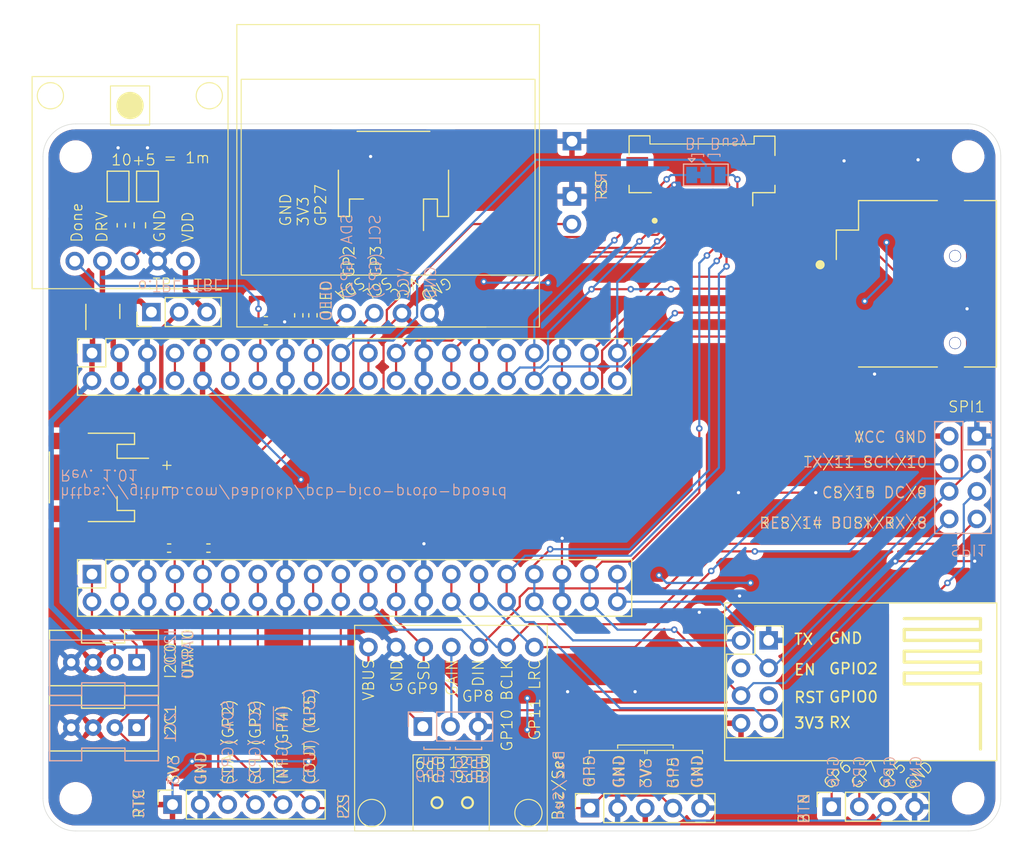
<source format=kicad_pcb>
(kicad_pcb (version 20221018) (generator pcbnew)
  (layers (0 "F.Cu" signal) (31 "B.Cu" signal) (34 "B.Paste" user) (35 "F.Paste" user) (36 "B.SilkS" user "B.Silkscreen") (37 "F.SilkS" user "F.Silkscreen") (38 "B.Mask" user) (39 "F.Mask" user) (44 "Edge.Cuts" user))
  (net 0 "")
  (net 1 "/GP0")
  (net 2 "/GP1")
  (net 3 "GND")
  (net 4 "/GP2")
  (net 5 "/GP3")
  (net 6 "/GP4")
  (net 7 "/GP5")
  (net 8 "/GP6")
  (net 9 "/GP7")
  (net 10 "/GP8")
  (net 11 "/GP9")
  (net 12 "/GP10")
  (net 13 "/GP11")
  (net 14 "/GP12")
  (net 15 "/GP13")
  (net 16 "/GP14")
  (net 17 "/GP15")
  (net 18 "/VBUS")
  (net 19 "/VSYS")
  (net 20 "/3V3_EN")
  (net 21 "+3V3")
  (net 22 "/ADC_VREF")
  (net 23 "/GP28_ADC2")
  (net 24 "/GP27_ADC1")
  (net 25 "/GP26_ADC0")
  (net 26 "/RUN")
  (net 27 "/GP22")
  (net 28 "/GP21")
  (net 29 "/GP20")
  (net 30 "/GP19")
  (net 31 "/GP18")
  (net 32 "/GP17")
  (net 33 "+BATT")
  (net 35 "/GP16")
  (net 40 "+VSW")
  (net 41 "/I2S_GAIN")
  (net 44 "/BUSY")
  (net 46 "/BLITE")
  (net 47 "VDD")
  (net 48 "/DELAY")
  (net 49 "Net-(J16-Pin_1)")
  (net 50 "Net-(JP3-B)")
  (net 51 "Net-(JP5-B)")
  (footprint "Jumper:SolderJumper-2_P1.3mm_Bridged_Pad1.0x1.5mm" (layer "F.Cu") (at 106.9 105.75 -90)
    (fp_text reference "JP3" hide)
    (fp_text value "JMP_10Min")
  )
  (footprint "user:TPL5110_Breakout" (layer "F.Cu") (at 113.08 112.61 180)
    (fp_text reference "J11" hide)
    (fp_text value "TPL5110")
  )
  (footprint "user:grove_vertical" (layer "F.Cu") (at 105.6 149.5 180)
    (fp_text reference "J6" hide)
    (fp_text value "Grove")
  )
  (footprint "user:G-Shell-FPC_1x18_P0.50mm_Horizontal" (layer "F.Cu") (at 160.55 105.587)
    (fp_text reference "J14" hide)
    (fp_text value "Conn_EYESPI")
  )
  (footprint "user:grove_vertical" (layer "F.Cu") (at 105.6 155.5 180)
    (fp_text reference "J5" hide)
    (fp_text value "Grove")
  )
  (footprint "MountingHole:MountingHole_2.5mm" (layer "F.Cu") (at 103 162)
    (fp_text reference "H3" hide)
    (fp_text value "MountingHole")
  )
  (footprint "Resistor_SMD:R_0603_1608Metric" (layer "F.Cu") (at 108.9 109.325 90)
    (fp_text reference "R7" hide)
    (fp_text value "43K")
  )
  (footprint "Resistor_SMD:R_0402_1005Metric" (layer "F.Cu") (at 123.5 117.6 90)
    (fp_text reference "R4" hide)
    (fp_text value "15K")
  )
  (footprint "MountingHole:MountingHole_2.5mm" (layer "F.Cu") (at 185 162)
    (fp_text reference "H4" hide)
    (fp_text value "MountingHole")
  )
  (footprint "Connector_PinHeader_2.54mm:PinHeader_1x03_P2.54mm_Vertical" (layer "F.Cu") (at 109.96 117.3 90)
    (fp_text reference "JP1" hide)
    (fp_text value "JMP_BAT")
  )
  (footprint "Connector_PinSocket_2.54mm:PinSocket_2x20_P2.54mm_Vertical" (layer "F.Cu") (at 104.5 121.07 90)
    (fp_text reference "J2" hide)
    (fp_text value "Pico_Right")
  )
  (footprint "Connector_PinSocket_2.54mm:PinSocket_1x04_P2.54mm_Vertical" (layer "F.Cu") (at 172.46 162.775 90)
    (fp_text reference "J15" hide)
    (fp_text value "BTN")
  )
  (footprint "Package_TO_SOT_SMD:SOT-23" (layer "F.Cu") (at 105.5 117.2375 90)
    (fp_text reference "Q1" hide)
    (fp_text value "AO3401A")
  )
  (footprint "user:OLED_Display" (layer "F.Cu") (at 135.52 117.4 180)
    (fp_text reference "J8" hide)
    (fp_text value "OLED")
  )
  (footprint "user:MAX98357A_Breakout" (layer "F.Cu") (at 129.9 148.1 90)
    (fp_text reference "J12" hide)
    (fp_text value "Conn_I2S")
  )
  (footprint "Resistor_SMD:R_0402_1005Metric" (layer "F.Cu") (at 120.475 118.1 180)
    (fp_text reference "R5" hide)
    (fp_text value "10K")
  )
  (footprint "user:TF-Push" (layer "F.Cu") (at 178.1 115.2 90)
    (fp_text reference "J4" hide)
    (fp_text value "Micro_SD_TF_PUSH")
  )
  (footprint "Connector_JST:JST_PH_S3B-PH-SM4-TB_1x03-1MP_P2.00mm_Horizontal" (layer "F.Cu") (at 132.2 105.2 180)
    (fp_text reference "J16" hide)
    (fp_text value "ADC")
  )
  (footprint "user:JST_PH_S2B-PH-SM4-TB_1x02-1MP_P2.00mm_Horizontal" (layer "F.Cu") (at 105.1 132.5 -90)
    (fp_text reference "J3" hide)
    (fp_text value "JST-PH2 Bat")
  )
  (footprint "MountingHole:MountingHole_2.5mm" (layer "F.Cu") (at 103 103)
    (fp_text reference "H1" hide)
    (fp_text value "MountingHole")
  )
  (footprint "user:ESP_01S_Breakout" (layer "F.Cu") (at 164.1325 147.48)
    (fp_text reference "J9" hide)
    (fp_text value "ESP_01S_Breakout")
  )
  (footprint "Connector_PinSocket_2.54mm:PinSocket_1x05_P2.54mm_Vertical" (layer "F.Cu") (at 150.255 162.9 90)
    (fp_text reference "J10" hide)
    (fp_text value "Conn_3pin")
  )
  (footprint "Connector_PinSocket_2.54mm:PinSocket_1x06_P2.54mm_Vertical" (layer "F.Cu") (at 111.9 162.575 90)
    (fp_text reference "J7" hide)
    (fp_text value "RTC_PCF8563")
  )
  (footprint "Jumper:SolderJumper-2_P1.3mm_Bridged_Pad1.0x1.5mm" (layer "F.Cu") (at 109.6 105.75 -90)
    (fp_text reference "JP5" hide)
    (fp_text value "JMP_5Min")
  )
  (footprint "Resistor_SMD:R_0402_1005Metric" (layer "F.Cu") (at 111.59 139 180)
    (fp_text reference "R2" hide)
    (fp_text value "10K")
  )
  (footprint "Resistor_SMD:R_0402_1005Metric" (layer "F.Cu") (at 115.2 139 180)
    (fp_text reference "R1" hide)
    (fp_text value "10K")
  )
  (footprint "MountingHole:MountingHole_2.5mm" (layer "F.Cu") (at 185 103)
    (fp_text reference "H2" hide)
    (fp_text value "MountingHole")
  )
  (footprint "Resistor_SMD:R_0402_1005Metric" (layer "F.Cu") (at 124.8 117.6 -90)
    (fp_text reference "R3" hide)
    (fp_text value "10K")
  )
  (footprint "user:SW_PUSH_SLIM_1x4" (layer "F.Cu") (at 148.6 101.59 -90)
    (fp_text reference "SW1" hide)
    (fp_text value "SW_RST")
  )
  (footprint "Resistor_SMD:R_0402_1005Metric" (layer "F.Cu") (at 107.2 109.325 -90)
    (fp_text reference "R6" hide)
    (fp_text value "56K")
  )
  (footprint "Connector_PinSocket_2.54mm:PinSocket_2x20_P2.54mm_Vertical" (layer "F.Cu") (at 104.5 141.39 90)
    (fp_text reference "J1" hide)
    (fp_text value "Pico_Left")
  )
  (footprint "Jumper:SolderJumper-3_P1.3mm_Bridged12_Pad1.0x1.5mm" (layer "B.Cu") (at 160.9 104.7)
    (fp_text reference "JP4" hide)
    (fp_text value "JMP_EYESPI")
  )
  (footprint "Connector_PinHeader_2.54mm:PinHeader_1x03_P2.54mm_Vertical" (layer "B.Cu") (at 134.9 155.4 -90)
    (fp_text reference "JP2" hide)
    (fp_text value "JMP_GAIN")
  )
  (footprint "Connector_PinHeader_2.54mm:PinHeader_2x04_P2.54mm_Vertical" (layer "B.Cu") (at 185.8 128.7 180)
    (fp_text reference "J13" hide)
    (fp_text value "Conn_SPI1")
  )
  (gr_line (start 137.4 157.5) (end 137.4 157.3) (stroke (width 0.1)) (layer "B.SilkS"))
  (gr_line (start 159.6 102.8) (end 160.7 102.8) (stroke (width 0.1)) (layer "B.SilkS"))
  (gr_line (start 159.6 102.8) (end 159.6 103) (stroke (width 0.1)) (layer "B.SilkS"))
  (gr_line (start 135 157.5) (end 137.4 157.5) (stroke (width 0.1)) (layer "B.SilkS"))
  (gr_line (start 140.3 157.5) (end 140.3 157.3) (stroke (width 0.1)) (layer "B.SilkS"))
  (gr_line (start 160.7 102.8) (end 160.7 103) (stroke (width 0.1)) (layer "B.SilkS"))
  (gr_line (start 162.2 102.8) (end 162.2 103) (stroke (width 0.1)) (layer "B.SilkS"))
  (gr_line (start 137.9 157.3) (end 137.9 157.5) (stroke (width 0.1)) (layer "B.SilkS"))
  (gr_line (start 161.1 102.8) (end 161.1 103) (stroke (width 0.1)) (layer "B.SilkS"))
  (gr_line (start 137.9 157.5) (end 140.3 157.5) (stroke (width 0.1)) (layer "B.SilkS"))
  (gr_line (start 161.1 102.8) (end 162.2 102.8) (stroke (width 0.1)) (layer "B.SilkS"))
  (gr_line (start 135 157.3) (end 135 157.5) (stroke (width 0.1)) (layer "B.SilkS"))
  (gr_line (start 155.495 157.6) (end 160.595 157.6) (stroke (width 0.1)) (layer "F.SilkS"))
  (gr_line (start 155.295 157.6) (end 155.295 157.9) (stroke (width 0.1)) (layer "F.SilkS"))
  (gr_line (start 137.9 157.5) (end 140.3 157.5) (stroke (width 0.1)) (layer "F.SilkS"))
  (gr_line (start 152.8 157.4) (end 152.8 157.1) (stroke (width 0.1)) (layer "F.SilkS"))
  (gr_circle (center 156.2 108.9) (end 156.423607 108.9) (stroke (width 0.1)) (fill solid) (layer "F.SilkS"))
  (gr_line (start 155.495 157.9) (end 155.495 157.6) (stroke (width 0.1)) (layer "F.SilkS"))
  (gr_line (start 135 157.3) (end 135 157.5) (stroke (width 0.1)) (layer "F.SilkS"))
  (gr_line (start 150.195 157.9) (end 150.195 157.6) (stroke (width 0.1)) (layer "F.SilkS"))
  (gr_line (start 137.9 157.3) (end 137.9 157.5) (stroke (width 0.1)) (layer "F.SilkS"))
  (gr_line (start 137.4 157.5) (end 137.4 157.3) (stroke (width 0.1)) (layer "F.SilkS"))
  (gr_line (start 152.8 157.1) (end 157.9 157.1) (stroke (width 0.1)) (layer "F.SilkS"))
  (gr_line (start 160.595 157.6) (end 160.595 157.9) (stroke (width 0.1)) (layer "F.SilkS"))
  (gr_line (start 135 157.5) (end 137.4 157.5) (stroke (width 0.1)) (layer "F.SilkS"))
  (gr_line (start 150.195 157.6) (end 155.295 157.6) (stroke (width 0.1)) (layer "F.SilkS"))
  (gr_line (start 140.3 157.5) (end 140.3 157.3) (stroke (width 0.1)) (layer "F.SilkS"))
  (gr_line (start 157.9 157.1) (end 157.9 157.4) (stroke (width 0.1)) (layer "F.SilkS"))
  (gr_arc (start 100 103) (mid 100.87868 100.87868) (end 103 100) (stroke (width 0.05)) (layer "Edge.Cuts"))
  (gr_arc (start 185 100) (mid 187.12132 100.87868) (end 188 103) (stroke (width 0.05)) (layer "Edge.Cuts"))
  (gr_line (start 185 100) (end 103 100) (stroke (width 0.05)) (layer "Edge.Cuts"))
  (gr_line (start 185 165) (end 103 165) (stroke (width 0.05)) (layer "Edge.Cuts"))
  (gr_line (start 188 103) (end 188 162) (stroke (width 0.05)) (layer "Edge.Cuts"))
  (gr_arc (start 103 165) (mid 100.87868 164.12132) (end 100 162) (stroke (width 0.05)) (layer "Edge.Cuts"))
  (gr_arc (start 188 162) (mid 187.12132 164.12132) (end 185 165) (stroke (width 0.05)) (layer "Edge.Cuts"))
  (gr_line (start 100 103) (end 100 162) (stroke (width 0.05)) (layer "Edge.Cuts"))
  (gr_text "SCL (GP3)" (at 120.079 152.938094 90) (layer "B.SilkS") (effects (font (size 1 1) (thickness 0.1)) (justify left bottom mirror)))
  (gr_text "12dB" (at 137.190476 159.4 180) (layer "B.SilkS") (effects (font (size 1 1) (thickness 0.1)) (justify left bottom mirror)))
  (gr_text "I2C1" (at 112.3 153.5 90) (layer "B.SilkS") (effects (font (size 1 1) (thickness 0.1)) (justify left bottom mirror)))
  (gr_text "GP5" (at 178.4 161.1 90) (layer "B.SilkS") (effects (font (size 1 1) (thickness 0.1)) (justify right bottom mirror)))
  (gr_text "GND" (at 153.495 158 90) (layer "B.SilkS") (effects (font (size 1 1) (thickness 0.1)) (justify left bottom mirror)))
  (gr_text "OLED" (at 126.6 114.3 90) (layer "B.SilkS") (effects (font (size 1 1) (thickness 0.1)) (justify left bottom mirror)))
  (gr_text "nc: 9dB" (at 134.690476 158.1 180) (layer "B.SilkS") (effects (font (size 1 1) (thickness 0.1)) (justify left bottom mirror)))
  (gr_text "VCC" (at 133.7 113.200001 90) (layer "B.SilkS") (effects (font (size 1 1) (thickness 0.1)) (justify left bottom mirror)))
  (gr_text "~{INT} (GP4)" (at 122.579 153.414285 90) (layer "B.SilkS") (effects (font (size 1 1) (thickness 0.1)) (justify left bottom mirror)))
  (gr_text "RES/14 BUSY/RX/8" (at 165.738095 136 180) (layer "B.SilkS") (effects (font (size 1 1) (thickness 0.1)) (justify left bottom mirror)))
  (gr_text "SDA (GP2)" (at 128.5 108.2 90) (layer "B.SilkS") (effects (font (size 1 1) (thickness 0.1)) (justify left bottom mirror)))
  (gr_text "6dB" (at 134.090476 159.3 180) (layer "B.SilkS") (effects (font (size 1 1) (thickness 0.1)) (justify left bottom mirror)))
  (gr_text "GND" (at 160.695 158 90) (layer "B.SilkS") (effects (font (size 1 1) (thickness 0.1)) (justify left bottom mirror)))
  (gr_text "GND" (at 115.079 157.7 90) (layer "B.SilkS") (effects (font (size 1 1) (thickness 0.1)) (justify left bottom mirror)))
  (gr_text "TPL" (at 113.828572 114.2 180) (layer "B.SilkS") (effects (font (size 1 1) (thickness 0.1)) (justify left bottom mirror)))
  (gr_text "BTN" (at 170.5 161.5 90) (layer "B.SilkS") (effects (font (size 1 1) (thickness 0.1)) (justify left bottom mirror)))
  (gr_text "I2C0\nUART0" (at 113.9 146.4 90) (layer "B.SilkS") (effects (font (size 1 1) (thickness 0.1)) (justify left bottom mirror)))
  (gr_text "3V3" (at 155.974 158.285714 90) (layer "B.SilkS") (effects (font (size 1 1) (thickness 0.1)) (justify left bottom mirror)))
  (gr_text "GP5" (at 150.795 161 90) (layer "B.SilkS") (effects (font (size 1 1) (thickness 0.1)) (justify right bottom mirror)))
  (gr_text "COUT (GP5)" (at 125.079 151.842856 90) (layer "B.SilkS") (effects (font (size 1 1) (thickness 0.1)) (justify left bottom mirror)))
  (gr_text "SDA (GP2)" (at 117.579 152.890475 90) (layer "B.SilkS") (effects (font (size 1 1) (thickness 0.1)) (justify left bottom mirror)))
  (gr_text "TX/11 SCK/10" (at 169.833333 130.4 180) (layer "B.SilkS") (effects (font (size 1 1) (thickness 0.1)) (justify left bottom mirror)))
  (gr_text "RST" (at 151.9 104.4 90) (layer "B.SilkS") (effects (font (size 1 1) (thickness 0.1)) (justify left bottom mirror)))
  (gr_text "RTC" (at 109.4 161.1 90) (layer "B.SilkS") (effects (font (size 1 1) (thickness 0.1)) (justify left bottom mirror)))
  (gr_text "BL" (at 158.9 101.2 180) (layer "B.SilkS") (effects (font (size 1 1) (thickness 0.1)) (justify left bottom mirror)))
  (gr_text "GP5" (at 158.495 161.2 90) (layer "B.SilkS") (effects (font (size 1 1) (thickness 0.1)) (justify right bottom mirror)))
  (gr_text "CS/15 DC/9" (at 171.5 133.2 180) (layer "B.SilkS") (effects (font (size 1 1) (thickness 0.1)) (justify left bottom mirror)))
  (gr_text "SCL (GP3)" (at 131.1 108.247619 90) (layer "B.SilkS") (effects (font (size 1 1) (thickness 0.1)) (justify left bottom mirror)))
  (gr_text "GP7" (at 175.6 161.1 90) (layer "B.SilkS") (effects (font (size 1 1) (thickness 0.1)) (justify right bottom mirror)))
  (gr_text "Busy" (at 161.2 101.2 180) (layer "B.SilkS") (effects (font (size 1 1) (thickness 0.1)) (justify left bottom mirror)))
  (gr_text "GP6" (at 173.2 161.1 90) (layer "B.SilkS") (effects (font (size 1 1) (thickness 0.1)) (justify right bottom mirror)))
  (gr_text "https://github.com/bablokb/pcb-pico-proto-pboard\nRev. 1.01" (at 101.5 131.7 180) (layer "B.SilkS") (effects (font (size 1 1) (thickness 0.1)) (justify left bottom mirror)))
  (gr_text "Buz/Sen" (at 147.995 157.5 90) (layer "B.SilkS") (effects (font (size 1 1) (thickness 0.1)) (justify left bottom mirror)))
  (gr_text "I2S" (at 128.2 161.5 90) (layer "B.SilkS") (effects (font (size 1 1) (thickness 0.1)) (justify left bottom mirror)))
  (gr_text "o.TPL" (at 108.628572 114.3 180) (layer "B.SilkS") (effects (font (size 1 1) (thickness 0.1)) (justify left bottom mirror)))
  (gr_text "GND" (at 180.8 158 90) (layer "B.SilkS") (effects (font (size 1 1) (thickness 0.1)) (justify left bottom mirror)))
  (gr_text "SPI1" (at 183.3 138.6 180) (layer "B.SilkS") (effects (font (size 1 1) (thickness 0.1)) (justify left bottom mirror)))
  (gr_text "VCC GND" (at 174.5 128.1 180) (layer "B.SilkS") (effects (font (size 1 1) (thickness 0.1)) (justify left bottom mirror)))
  (gr_text "3V3" (at 112.579 157.985714 90) (layer "B.SilkS") (effects (font (size 1 1) (thickness 0.1)) (justify left bottom mirror)))
  (gr_text "GND" (at 136.2 113.009525 90) (layer "B.SilkS") (effects (font (size 1 1) (thickness 0.1)) (justify left bottom mirror)))
  (gr_text "3V3" (at 112.6 160.8 90) (layer "F.SilkS") (effects (font (size 1 1) (thickness 0.1)) (justify left bottom)))
  (gr_text "I2C0\nUART0" (at 113.9 151.1 90) (layer "F.SilkS") (effects (font (size 1 1) (thickness 0.1)) (justify left bottom)))
  (gr_text "CS/15 DC/9" (at 171.5 134.5) (layer "F.SilkS") (effects (font (size 1 1) (thickness 0.1)) (justify left bottom)))
  (gr_text "GP3" (at 131.2 114.2 90) (layer "F.SilkS") (effects (font (size 1 1) (thickness 0.1)) (justify left bottom)))
  (gr_text "TPL" (at 113.8 115.4) (layer "F.SilkS") (effects (font (size 1 1) (thickness 0.1)) (justify left bottom)))
  (gr_text "o.TPL" (at 108.6 115.3) (layer "F.SilkS") (effects (font (size 1 1) (thickness 0.1)) (justify left bottom)))
  (gr_text "= 1m\n" (at 111 103.7) (layer "F.SilkS") (effects (font (size 1 1) (thickness 0.1)) (justify left bottom)))
  (gr_text "OLED" (at 126.6 118.2 90) (layer "F.SilkS") (effects (font (size 1 1) (thickness 0.1)) (justify left bottom)))
  (gr_text "GP6" (at 174.5 159.2 45) (layer "F.SilkS") (effects (font (size 1 1) (thickness 0.1)) (justify right bottom)))
  (gr_text "GND" (at 153.516 161.1 90) (layer "F.SilkS") (effects (font (size 1 1) (thickness 0.1)) (justify left bottom)))
  (gr_text "GND" (at 182 159.2 45) (layer "F.SilkS") (effects (font (size 1 1) (thickness 0.1)) (justify right bottom)))
  (gr_text "RTC" (at 109.4 163.9 90) (layer "F.SilkS") (effects (font (size 1 1) (thickness 0.1)) (justify left bottom)))
  (gr_text "VCC GND" (at 174.5 129.4) (layer "F.SilkS") (effects (font (size 1 1) (thickness 0.1)) (justify left bottom)))
  (gr_text "COUT (GP5)" (at 125.1 160.8 90) (layer "F.SilkS") (effects (font (size 1 1) (thickness 0.1)) (justify left bottom)))
  (gr_text "GP5" (at 158.495 158.1 90) (layer "F.SilkS") (effects (font (size 1 1) (thickness 0.1)) (justify right bottom)))
  (gr_text "SCL (GP3)" (at 120.1 160.8 90) (layer "F.SilkS") (effects (font (size 1 1) (thickness 0.1)) (justify left bottom)))
  (gr_text "GP8" (at 141.5 153.2) (layer "F.SilkS") (effects (font (size 1 1) (thickness 0.1)) (justify right bottom)))
  (gr_text "VBUS" (at 130.5 153.1 90) (layer "F.SilkS") (effects (font (size 1 1) (thickness 0.1)) (justify left bottom)))
  (gr_text "SPI1" (at 183.1 126.6) (layer "F.SilkS") (effects (font (size 1 1) (thickness 0.1)) (justify left bottom)))
  (gr_text "RES/14 BUSY/RX/8" (at 165.738095 137.3) (layer "F.SilkS") (effects (font (size 1 1) (thickness 0.1)) (justify left bottom)))
  (gr_text "GP5" (at 150.795 158 90) (layer "F.SilkS") (effects (font (size 1 1) (thickness 0.1)) (justify right bottom)))
  (gr_text "nc: 9dB" (at 134.7 160.6) (layer "F.SilkS") (effects (font (size 1 1) (thickness 0.1)) (justify left bottom)))
  (gr_text "GP5" (at 179.5 159.2 45) (layer "F.SilkS") (effects (font (size 1 1) (thickness 0.1)) (justify right bottom)))
  (gr_text "TX/11 SCK/10" (at 169.833333 131.7) (layer "F.SilkS") (effects (font (size 1 1) (thickness 0.1)) (justify left bottom)))
  (gr_text "GND" (at 115.1 160.8 90) (layer "F.SilkS") (effects (font (size 1 1) (thickness 0.1)) (justify left bottom)))
  (gr_text "GP7" (at 177 159.2 45) (layer "F.SilkS") (effects (font (size 1 1) (thickness 0.1)) (justify right bottom)))
  (gr_text "-" (at 110.7 133.9) (layer "F.SilkS") (effects (font (size 1 1) (thickness 0.1)) (justify left bottom)))
  (gr_text "Buz/Sen" (at 147.895 164.1 90) (layer "F.SilkS") (effects (font (size 1 1) (thickness 0.1)) (justify left bottom)))
  (gr_text "I2C1" (at 112.3 156.8 90) (layer "F.SilkS") (effects (font (size 1 1) (thickness 0.1)) (justify left bottom)))
  (gr_text "GND\n3V3\nGP27" (at 126.1 109.5 90) (layer "F.SilkS") (effects (font (size 1 1) (thickness 0.1)) (justify left bottom)))
  (gr_text "3V3" (at 155.995 161.1 90) (layer "F.SilkS") (effects (font (size 1 1) (thickness 0.1)) (justify left bottom)))
  (gr_text "6dB" (at 134.1 159.4) (layer "F.SilkS") (effects (font (size 1 1) (thickness 0.1)) (justify left bottom)))
  (gr_text "12dB" (at 137.2 159.3) (layer "F.SilkS") (effects (font (size 1 1) (thickness 0.1)) (justify left bottom)))
  (gr_text "10+5" (at 106.2 103.9) (layer "F.SilkS") (effects (font (size 1 1) (thickness 0.1)) (justify left bottom)))
  (gr_text "BTN" (at 170.5 164.4 90) (layer "F.SilkS") (effects (font (size 1 1) (thickness 0.1)) (justify left bottom)))
  (gr_text "SDA (GP2)" (at 117.6 160.8 90) (layer "F.SilkS") (effects (font (size 1 1) (thickness 0.1)) (justify left bottom)))
  (gr_text "GND" (at 160.716 161.1 90) (layer "F.SilkS") (effects (font (size 1 1) (thickness 0.1)) (justify left bottom)))
  (gr_text "I2S" (at 128.2 164 90) (layer "F.SilkS") (effects (font (size 1 1) (thickness 0.1)) (justify left bottom)))
  (gr_text "+" (at 110.7 131.9) (layer "F.SilkS") (effects (font (size 1 1) (thickness 0.1)) (justify left bottom)))
  (gr_text "GP2" (at 128.7 114.2 90) (layer "F.SilkS") (effects (font (size 1 1) (thickness 0.1)) (justify left bottom)))
  (gr_text "GP9" (at 136.4 152.5) (layer "F.SilkS") (effects (font (size 1 1) (thickness 0.1)) (justify right bottom)))
  (gr_text "RST" (at 151.9 107.1 90) (layer "F.SilkS") (effects (font (size 1 1) (thickness 0.1)) (justify left bottom)))
  (gr_text "~{INT} (GP4)" (at 122.6 160.8 90) (layer "F.SilkS") (effects (font (size 1 1) (thickness 0.1)) (justify left bottom)))
  (segment (start 106.6 147.9) (end 106.6 149.5) (width 0.2) (layer "F.Cu") (net 1))
  (segment (start 104.5 145.8) (end 106.6 147.9) (width 0.2) (layer "F.Cu") (net 1))
  (segment (start 104.5 143.93) (end 104.5 145.8) (width 0.2) (layer "F.Cu") (net 1))
  (segment (start 104.5 141.39) (end 104.5 143.93) (width 0.2) (layer "F.Cu") (net 1))
  (segment (start 107.04 143.93) (end 107.04 146.34) (width 0.2) (layer "F.Cu") (net 2))
  (segment (start 108.6 147.9) (end 108.6 149.5) (width 0.2) (layer "F.Cu") (net 2))
  (segment (start 107.04 141.39) (end 107.04 143.93) (width 0.2) (layer "F.Cu") (net 2))
  (segment (start 107.04 146.34) (end 108.6 147.9) (width 0.2) (layer "F.Cu") (net 2))
  (segment (start 147.68 138.12) (end 147.7 138.1) (width 0.2) (layer "F.Cu") (net 3))
  (segment (start 185.8 128.7) (end 185.8 125.35) (width 0.2) (layer "F.Cu") (net 3))
  (segment (start 134.98 138.62) (end 135 138.6) (width 0.2) (layer "F.Cu") (net 3))
  (segment (start 163.9 133.9) (end 171 133.9) (width 0.2) (layer "F.Cu") (net 3))
  (segment (start 147.68 141.39) (end 147.68 138.12) (width 0.2) (layer "F.Cu") (net 3))
  (segment (start 174.9 121.85) (end 173.8 122.95) (width 0.2) (layer "F.Cu") (net 3))
  (segment (start 158 105.6) (end 157.7 105.6) (width 0.2) (layer "F.Cu") (net 3))
  (segment (start 172.8 118.45) (end 173.8 118.45) (width 0.2) (layer "F.Cu") (net 3))
  (segment (start 147.68 121.07) (end 147.68 123.61) (width 0.2) (layer "F.Cu") (net 3))
  (segment (start 148.2 152.2) (end 154.4 152.2) (width 0.2) (layer "F.Cu") (net 3))
  (segment (start 160.3 144.9) (end 162.5 144.9) (width 0.2) (layer "F.Cu") (net 3))
  (segment (start 105.75 127.44) (end 109.58 123.61) (width 0.5) (layer "F.Cu") (net 3))
  (segment (start 174.9 119.55) (end 174.9 121.85) (width 0.2) (layer "F.Cu") (net 3))
  (segment (start 105.75 133.05) (end 105.75 127.44) (width 0.5) (layer "F.Cu") (net 3))
  (segment (start 157.7 105.6) (end 157.3 106) (width 0.2) (layer "F.Cu") (net 3))
  (segment (start 106.2 133.5) (end 105.75 133.05) (width 0.5) (layer "F.Cu") (net 3))
  (segment (start 173.8 122.95) (end 176.35 122.95) (width 0.2) (layer "F.Cu") (net 3))
  (segment (start 173.8 118.45) (end 174.9 119.55) (width 0.2) (layer "F.Cu") (net 3))
  (segment (start 134.98 141.39) (end 134.98 138.62) (width 0.2) (layer "F.Cu") (net 3))
  (segment (start 184.9 108.95) (end 183.4 107.45) (width 0.2) (layer "F.Cu") (net 3))
  (segment (start 183.4 122.95) (end 184.9 121.45) (width 0.2) (layer "F.Cu") (net 3))
  (segment (start 184.9 121.45) (end 184.9 117) (width 0.2) (layer "F.Cu") (net 3))
  (segment (start 157.3 106) (end 157.3 107.475) (width 0.2) (layer "F.Cu") (net 3))
  (segment (start 176.35 122.95) (end 176.4 123) (width 0.2) (layer "F.Cu") (net 3))
  (segment (start 185.6 140.2) (end 178.3 140.2) (width 0.2) (layer "F.Cu") (net 3))
  (segment (start 107.95 133.5) (end 106.2 133.5) (width 0.5) (layer "F.Cu") (net 3))
  (segment (start 162.5 144.9) (end 164 143.4) (width 0.2) (layer "F.Cu") (net 3))
  (segment (start 185.8 125.35) (end 183.4 122.95) (width 0.2) (layer "F.Cu") (net 3))
  (segment (start 184.9 117) (end 184.9 108.95) (width 0.2) (layer "F.Cu") (net 3))
  (via (at 184.9 117) (size 0.6) (drill 0.3) (layers "F.Cu" "B.Cu") (net 3))
  (via (at 171 133.9) (size 0.6) (drill 0.3) (layers "F.Cu" "B.Cu") (net 3))
  (via (at 173.6 103.4) (size 0.6) (drill 0.3) (layers "F.Cu" "B.Cu") (net 3))
  (via (at 180.4 103.3) (size 0.6) (drill 0.3) (layers "F.Cu" "B.Cu") (net 3))
  (via (at 130.1 103) (size 0.6) (drill 0.3) (layers "F.Cu" "B.Cu") (net 3))
  (via (at 158 105.6) (size 0.6) (drill 0.3) (layers "F.Cu" "B.Cu") (net 3))
  (via (at 154.4 152.2) (size 0.6) (drill 0.3) (layers "F.Cu" "B.Cu") (net 3))
  (via (at 164 143.4) (size 0.6) (drill 0.3) (layers "F.Cu" "B.Cu") (net 3))
  (via (at 148.2 152.2) (size 0.6) (drill 0.3) (layers "F.Cu" "B.Cu") (net 3))
  (via (at 176.4 123) (size 0.6) (drill 0.3) (layers "F.Cu" "B.Cu") (net 3))
  (via (at 160.3 144.9) (size 0.6) (drill 0.3) (layers "F.Cu" "B.Cu") (net 3))
  (via (at 135 138.6) (size 0.6) (drill 0.3) (layers "F.Cu" "B.Cu") (net 3))
  (via (at 122.2 118.2) (size 0.6) (drill 0.3) (layers "F.Cu" "B.Cu") (net 3))
  (via (at 106.9 102.2) (size 0.6) (drill 0.3) (layers "F.Cu" "B.Cu") (net 3))
  (via (at 109.6 102.2) (size 0.6) (drill 0.3) (layers "F.Cu" "B.Cu") (net 3))
  (via (at 178.3 140.2) (size 0.6) (drill 0.3) (layers "F.Cu" "B.Cu") (net 3))
  (via (at 185.6 140.2) (size 0.6) (drill 0.3) (layers "F.Cu" "B.Cu") (net 3))
  (via (at 163.9 133.9) (size 0.6) (drill 0.3) (layers "F.Cu" "B.Cu") (net 3))
  (via (at 147.7 138.1) (size 0.6) (drill 0.3) (layers "F.Cu" "B.Cu") (net 3))
  (segment (start 126.21 123.88) (end 112.1 137.99) (width 0.2) (layer "F.Cu") (net 4))
  (segment (start 112.1 141.37) (end 112.12 141.39) (width 0.2) (layer "F.Cu") (net 4))
  (segment (start 126.21 119.09) (end 126.21 123.88) (width 0.2) (layer "F.Cu") (net 4))
  (segment (start 112.1 137.99) (end 112.1 139) (width 0.2) (layer "F.Cu") (net 4))
  (segment (start 111.9 160.8) (end 115.205 160.8) (width 0.2) (layer "F.Cu") (net 4))
  (segment (start 115.205 160.8) (end 116.98 162.575) (width 0.2) (layer "F.Cu") (net 4))
  (segment (start 106.6 155.5) (end 111.9 160.8) (width 0.2) (layer "F.Cu") (net 4))
  (segment (start 112.12 141.39) (end 112.12 143.93) (width 0.2) (layer "F.Cu") (net 4))
  (segment (start 112.12 149.98) (end 106.6 155.5) (width 0.2) (layer "F.Cu") (net 4))
  (segment (start 112.1 139) (end 112.1 141.37) (width 0.2) (layer "F.Cu") (net 4))
  (segment (start 112.12 143.93) (end 112.12 149.98) (width 0.2) (layer "F.Cu") (net 4))
  (segment (start 127.9 117.4) (end 126.21 119.09) (width 0.2) (layer "F.Cu") (net 4))
  (segment (start 108.6 155.5) (end 114.66 149.44) (width 0.2) (layer "F.Cu") (net 5))
  (segment (start 114.69 141.36) (end 114.66 141.39) (width 0.2) (layer "F.Cu") (net 5))
  (segment (start 128.51 119.33) (end 128.51 124.18) (width 0.2) (layer "F.Cu") (net 5))
  (segment (start 116.1 159.155) (end 116.1 145.37) (width 0.2) (layer "F.Cu") (net 5))
  (segment (start 116.1 145.37) (end 114.66 143.93) (width 0.2) (layer "F.Cu") (net 5))
  (segment (start 114.66 149.44) (end 114.66 143.93) (width 0.2) (layer "F.Cu") (net 5))
  (segment (start 119.52 162.575) (end 116.1 159.155) (width 0.2) (layer "F.Cu") (net 5))
  (segment (start 114.69 139) (end 114.69 141.36) (width 0.2) (layer "F.Cu") (net 5))
  (segment (start 114.66 141.39) (end 114.66 143.93) (width 0.2) (layer "F.Cu") (net 5))
  (segment (start 128.51 124.18) (end 114.69 138) (width 0.2) (layer "F.Cu") (net 5))
  (segment (start 114.69 138) (end 114.69 139) (width 0.2) (layer "F.Cu") (net 5))
  (segment (start 130.44 117.4) (end 128.51 119.33) (width 0.2) (layer "F.Cu") (net 5))
  (segment (start 117.2 157.715) (end 122.06 162.575) (width 0.2) (layer "F.Cu") (net 6))
  (segment (start 117.2 141.39) (end 117.2 143.93) (width 0.2) (layer "F.Cu") (net 6))
  (segment (start 117.2 143.93) (end 117.2 157.715) (width 0.2) (layer "F.Cu") (net 6))
  (segment (start 156.725 161.75) (end 157.875 162.9) (width 0.2) (layer "F.Cu") (net 7))
  (segment (start 151.405 161.75) (end 156.725 161.75) (width 0.2) (layer "F.Cu") (net 7))
  (segment (start 119.74 141.39) (end 119.74 143.93) (width 0.2) (layer "F.Cu") (net 7))
  (segment (start 124.925 162.9) (end 150.255 162.9) (width 0.2) (layer "F.Cu") (net 7))
  (segment (start 150.255 162.9) (end 151.405 161.75) (width 0.2) (layer "F.Cu") (net 7))
  (segment (start 119.74 157.715) (end 124.6 162.575) (width 0.2) (layer "F.Cu") (net 7))
  (segment (start 124.925 162.9) (end 124.6 162.575) (width 0.2) (layer "F.Cu") (net 7))
  (segment (start 119.74 143.93) (end 119.74 157.715) (width 0.2) (layer "F.Cu") (net 7))
  (segment (start 159.15 164.05) (end 176.39 164.05) (width 0.2) (layer "B.Cu") (net 7))
  (segment (start 157.875 162.775) (end 159.15 164.05) (width 0.2) (layer "B.Cu") (net 7))
  (segment (start 176.39 164.05) (end 177.54 162.9) (width 0.2) (layer "B.Cu") (net 7))
  (segment (start 124.5 144.25) (end 124.5 152.2) (width 0.2) (layer "F.Cu") (net 8))
  (segment (start 172.46 161.255) (end 172.46 162.775) (width 0.2) (layer "F.Cu") (net 8))
  (segment (start 171.205 160) (end 172.46 161.255) (width 0.2) (layer "F.Cu") (net 8))
  (segment (start 124.82 141.39) (end 124.82 143.93) (width 0.2) (layer "F.Cu") (net 8))
  (segment (start 124.5 152.2) (end 132.3 160) (width 0.2) (layer "F.Cu") (net 8))
  (segment (start 124.82 143.93) (end 124.5 144.25) (width 0.2) (layer "F.Cu") (net 8))
  (segment (start 132.3 160) (end 171.205 160) (width 0.2) (layer "F.Cu") (net 8))
  (segment (start 173.345 159.6) (end 175 161.255) (width 0.2) (layer "F.Cu") (net 9))
  (segment (start 127.36 141.39) (end 127.36 143.93) (width 0.2) (layer "F.Cu") (net 9))
  (segment (start 175 161.255) (end 175 162.775) (width 0.2) (layer "F.Cu") (net 9))
  (segment (start 132.8 159.6) (end 173.345 159.6) (width 0.2) (layer "F.Cu") (net 9))
  (segment (start 127.36 143.93) (end 127.36 154.16) (width 0.2) (layer "F.Cu") (net 9))
  (segment (start 127.36 154.16) (end 132.8 159.6) (width 0.2) (layer "F.Cu") (net 9))
  (segment (start 157.2 142.7) (end 144.6 142.7) (width 0.2) (layer "F.Cu") (net 10))
  (segment (start 185.8 136.32) (end 183.52 138.6) (width 0.2) (layer "F.Cu") (net 10))
  (segment (start 183.52 138.6) (end 161.3 138.6) (width 0.2) (layer "F.Cu") (net 10))
  (segment (start 161.3 138.6) (end 157.2 142.7) (width 0.2) (layer "F.Cu") (net 10))
  (segment (start 144.6 142.7) (end 143.8 143.5) (width 0.2) (layer "F.Cu") (net 10))
  (segment (start 143.8 144.36) (end 140.06 148.1) (width 0.2) (layer "F.Cu") (net 10))
  (segment (start 129.9 141.39) (end 129.9 143.93) (width 0.2) (layer "F.Cu") (net 10))
  (segment (start 143.8 143.5) (end 143.8 144.36) (width 0.2) (layer "F.Cu") (net 10))
  (segment (start 129.9 143.93) (end 132.47 146.5) (width 0.2) (layer "B.Cu") (net 10))
  (segment (start 138.46 146.5) (end 140.06 148.1) (width 0.2) (layer "B.Cu") (net 10))
  (segment (start 132.47 146.5) (end 138.46 146.5) (width 0.2) (layer "B.Cu") (net 10))
  (segment (start 132.44 143.93) (end 132.44 145.56) (width 0.2) (layer "F.Cu") (net 11))
  (segment (start 183.1 142.2) (end 181.9 143.4) (width 0.2) (layer "F.Cu") (net 11))
  (segment (start 132.44 141.39) (end 132.44 143.93) (width 0.2) (layer "F.Cu") (net 11))
  (segment (start 181.9 143.4) (end 178.271078 143.4) (width 0.2) (layer "F.Cu") (net 11))
  (segment (start 134.98 149.48) (end 134.98 148.1) (width 0.2) (layer "F.Cu") (net 11))
  (segment (start 178.271078 143.4) (end 167.771078 153.9) (width 0.2) (layer "F.Cu") (net 11))
  (segment (start 167.771078 153.9) (end 139.4 153.9) (width 0.2) (layer "F.Cu") (net 11))
  (segment (start 139.4 153.9) (end 134.98 149.48) (width 0.2) (layer "F.Cu") (net 11))
  (segment (start 132.44 145.56) (end 134.98 148.1) (width 0.2) (layer "F.Cu") (net 11))
  (via (at 183.1 142.2) (size 0.6) (drill 0.3) (layers "F.Cu" "B.Cu") (net 11))
  (segment (start 184.6 140.7) (end 184.6 134.98) (width 0.2) (layer "B.Cu") (net 11))
  (segment (start 184.6 134.98) (end 185.8 133.78) (width 0.2) (layer "B.Cu") (net 11))
  (segment (start 183.1 142.2) (end 184.6 140.7) (width 0.2) (layer "B.Cu") (net 11))
  (segment (start 162 139.3) (end 155.3 146) (width 0.2) (layer "F.Cu") (net 12))
  (segment (start 144.7 146) (end 142.6 148.1) (width 0.2) (layer "F.Cu") (net 12))
  (segment (start 165.4 139.3) (end 162 139.3) (width 0.2) (layer "F.Cu") (net 12))
  (segment (start 137.52 141.39) (end 137.52 143.93) (width 0.2) (layer "F.Cu") (net 12))
  (segment (start 155.3 146) (end 144.7 146) (width 0.2) (layer "F.Cu") (net 12))
  (via (at 165.4 139.3) (size 0.6) (drill 0.3) (layers "F.Cu" "B.Cu") (net 12))
  (segment (start 174.1 139.3) (end 180.8 132.6) (width 0.2) (layer "B.Cu") (net 12))
  (segment (start 165.4 139.3) (end 174.1 139.3) (width 0.2) (layer "B.Cu") (net 12))
  (segment (start 180.8 132.6) (end 184.44 132.6) (width 0.2) (layer "B.Cu") (net 12))
  (segment (start 137.52 143.93) (end 141.69 148.1) (width 0.2) (layer "B.Cu") (net 12))
  (segment (start 184.44 132.6) (end 185.8 131.24) (width 0.2) (layer "B.Cu") (net 12))
  (segment (start 141.69 148.1) (end 142.6 148.1) (width 0.2) (layer "B.Cu") (net 12))
  (segment (start 154.4 148.1) (end 161.4 141.1) (width 0.2) (layer "F.Cu") (net 13))
  (segment (start 145.14 148.1) (end 154.4 148.1) (width 0.2) (layer "F.Cu") (net 13))
  (segment (start 140.06 141.39) (end 140.06 143.93) (width 0.2) (layer "F.Cu") (net 13))
  (via (at 161.4 141.1) (size 0.6) (drill 0.3) (layers "F.Cu" "B.Cu") (net 13))
  (segment (start 161.4 141.1) (end 171.2 131.3) (width 0.2) (layer "B.Cu") (net 13))
  (segment (start 183.2 131.3) (end 183.26 131.24) (width 0.2) (layer "B.Cu") (net 13))
  (segment (start 145 148.1) (end 145.14 148.1) (width 0.2) (layer "B.Cu") (net 13))
  (segment (start 140.83 143.93) (end 145 148.1) (width 0.2) (layer "B.Cu") (net 13))
  (segment (start 140.06 143.93) (end 140.83 143.93) (width 0.2) (layer "B.Cu") (net 13))
  (segment (start 171.2 131.3) (end 183.2 131.3) (width 0.2) (layer "B.Cu") (net 13))
  (segment (start 142.6 141.39) (end 142.6 143.93) (width 0.2) (layer "F.Cu") (net 14))
  (segment (start 162.8 107.475) (end 162.8 113.1) (width 0.2) (layer "F.Cu") (net 14))
  (via (at 162.8 113.1) (size 0.6) (drill 0.3) (layers "F.Cu" "B.Cu") (net 14))
  (segment (start 145.1 145.8) (end 153.01 153.71) (width 0.2) (layer "B.Cu") (net 14))
  (segment (start 165.2825 153.71) (end 166.6725 155.1) (width 0.2) (layer "B.Cu") (net 14))
  (segment (start 153.01 153.71) (end 165.2825 153.71) (width 0.2) (layer "B.Cu") (net 14))
  (segment (start 144.29 139.7) (end 142.6 141.39) (width 0.2) (layer "B.Cu") (net 14))
  (segment (start 162.1 131.6) (end 154 139.7) (width 0.2) (layer "B.Cu") (net 14))
  (segment (start 142.6 144.1) (end 144.3 145.8) (width 0.2) (layer "B.Cu") (net 14))
  (segment (start 144.3 145.8) (end 145.1 145.8) (width 0.2) (layer "B.Cu") (net 14))
  (segment (start 142.6 143.93) (end 142.6 144.1) (width 0.2) (layer "B.Cu") (net 14))
  (segment (start 162.8 113.1) (end 162.1 113.8) (width 0.2) (layer "B.Cu") (net 14))
  (segment (start 162.1 113.8) (end 162.1 131.6) (width 0.2) (layer "B.Cu") (net 14))
  (segment (start 154 139.7) (end 144.29 139.7) (width 0.2) (layer "B.Cu") (net 14))
  (segment (start 161.9 112.6) (end 162.3 112.2) (width 0.2) (layer "F.Cu") (net 15))
  (segment (start 145 141.25) (end 145.14 141.39) (width 0.2) (layer "F.Cu") (net 15))
  (segment (start 146.6 139.1) (end 145.14 140.56) (width 0.2) (layer "F.Cu") (net 15))
  (segment (start 162.3 112.2) (end 162.3 107.475) (width 0.2) (layer "F.Cu") (net 15))
  (segment (start 145 140.7) (end 145 141.25) (width 0.2) (layer "F.Cu") (net 15))
  (segment (start 145.14 140.56) (end 145.14 141.39) (width 0.2) (layer "F.Cu") (net 15))
  (via (at 161.9 112.6) (size 0.6) (drill 0.3) (layers "F.Cu" "B.Cu") (net 15))
  (via (at 146.6 139.1) (size 0.6) (drill 0.3) (layers "F.Cu" "B.Cu") (net 15))
  (segment (start 148.69 147.48) (end 164.1325 147.48) (width 0.2) (layer "B.Cu") (net 15))
  (segment (start 145.14 143.93) (end 148.69 147.48) (width 0.2) (layer "B.Cu") (net 15))
  (segment (start 145.14 141.39) (end 145.14 143.93) (width 0.2) (layer "B.Cu") (net 15))
  (segment (start 161.2 113.3) (end 161.9 112.6) (width 0.2) (layer "B.Cu") (net 15))
  (segment (start 146.6 139.1) (end 153.9 139.1) (width 0.2) (layer "B.Cu") (net 15))
  (segment (start 161.2 131.8) (end 161.2 113.3) (width 0.2) (layer "B.Cu") (net 15))
  (segment (start 153.9 139.1) (end 161.2 131.8) (width 0.2) (layer "B.Cu") (net 15))
  (segment (start 160.3 128) (end 160.3 133.9) (width 0.2) (layer "F.Cu") (net 16))
  (segment (start 158 146.5) (end 158.0725 146.5) (width 0.2) (layer "F.Cu") (net 16))
  (segment (start 151.37 140.24) (end 150.22 141.39) (width 0.2) (layer "F.Cu") (net 16))
  (segment (start 160.3 133.9) (end 153.96 140.24) (width 0.2) (layer "F.Cu") (net 16))
  (segment (start 161.8 107.475) (end 161.8 111.3) (width 0.2) (layer "F.Cu") (net 16))
  (segment (start 153.96 140.24) (end 151.37 140.24) (width 0.2) (layer "F.Cu") (net 16))
  (segment (start 158.0725 146.5) (end 164.1325 152.56) (width 0.2) (layer "F.Cu") (net 16))
  (segment (start 161.8 111.3) (end 161 112.1) (width 0.2) (layer "F.Cu") (net 16))
  (via (at 161 112.1) (size 0.6) (drill 0.3) (layers "F.Cu" "B.Cu") (net 16))
  (via (at 158 146.5) (size 0.6) (drill 0.3) (layers "F.Cu" "B.Cu") (net 16))
  (via (at 160.3 128) (size 0.6) (drill 0.3) (layers "F.Cu" "B.Cu") (net 16))
  (segment (start 164.1325 152.56) (end 165.2825 151.41) (width 0.2) (layer "B.Cu") (net 16))
  (segment (start 158 146.5) (end 152.79 146.5) (width 0.2) (layer "B.Cu") (net 16))
  (segment (start 160.3 128) (end 160.3 112.8) (width 0.2) (layer "B.Cu") (net 16))
  (segment (start 160.3 112.8) (end 161 112.1) (width 0.2) (layer "B.Cu") (net 16))
  (segment (start 165.2825 151.41) (end 168.17 151.41) (width 0.2) (layer "B.Cu") (net 16))
  (segment (start 152.79 146.5) (end 150.22 143.93) (width 0.2) (layer "B.Cu") (net 16))
  (segment (start 168.17 151.41) (end 183.26 136.32) (width 0.2) (layer "B.Cu") (net 16))
  (segment (start 150.22 141.39) (end 150.22 143.93) (width 0.2) (layer "B.Cu") (net 16))
  (segment (start 180.4 123.634314) (end 184.41 127.644314) (width 0.2) (layer "F.Cu") (net 17))
  (segment (start 163.3 108.35) (end 166.15 111.2) (width 0.2) (layer "F.Cu") (net 17))
  (segment (start 184.41 127.644314) (end 184.41 132.63) (width 0.2) (layer "F.Cu") (net 17))
  (segment (start 175.9 111.2) (end 180.4 115.7) (width 0.2) (layer "F.Cu") (net 17))
  (segment (start 184.41 132.63) (end 183.26 133.78) (width 0.2) (layer "F.Cu") (net 17))
  (segment (start 163.3 107.475) (end 163.3 108.35) (width 0.2) (layer "F.Cu") (net 17))
  (segment (start 166.15 111.2) (end 175.9 111.2) (width 0.2) (layer "F.Cu") (net 17))
  (segment (start 180.4 115.7) (end 180.4 123.634314) (width 0.2) (layer "F.Cu") (net 17))
  (segment (start 165.2825 147.003654) (end 165.2825 148.63) (width 0.2) (layer "B.Cu") (net 17))
  (segment (start 165.2825 148.63) (end 166.6725 150.02) (width 0.2) (layer "B.Cu") (net 17))
  (segment (start 162.208846 143.93) (end 165.2825 147.003654) (width 0.2) (layer "B.Cu") (net 17))
  (segment (start 183.26 133.78) (end 167.02 150.02) (width 0.2) (layer "B.Cu") (net 17))
  (segment (start 152.76 141.39) (end 152.76 143.93) (width 0.2) (layer "B.Cu") (net 17))
  (segment (start 167.02 150.02) (end 166.6725 150.02) (width 0.2) (layer "B.Cu") (net 17))
  (segment (start 152.76 143.93) (end 162.208846 143.93) (width 0.2) (layer "B.Cu") (net 17))
  (segment (start 129.9 150.4) (end 134.9 155.4) (width 0.2) (layer "F.Cu") (net 18))
  (segment (start 104.55 121.02) (end 104.5 121.07) (width 0.5) (layer "F.Cu") (net 18))
  (segment (start 104.5 121.07) (end 104.5 123.61) (width 0.5) (layer "F.Cu") (net 18))
  (segment (start 104.55 118.175) (end 104.55 121.02) (width 0.5) (layer "F.Cu") (net 18))
  (segment (start 129.9 148.1) (end 129.9 150.4) (width 0.2) (layer "F.Cu") (net 18))
  (segment (start 103.6 147.2) (end 129 147.2) (width 0.5) (layer "B.Cu") (net 18))
  (segment (start 100.75 127.36) (end 100.75 144.35) (width 0.5) (layer "B.Cu") (net 18))
  (segment (start 100.75 144.35) (end 103.6 147.2) (width 0.5) (layer "B.Cu") (net 18))
  (segment (start 129 147.2) (end 129.9 148.1) (width 0.5) (layer "B.Cu") (net 18))
  (segment (start 104.5 123.61) (end 100.75 127.36) (width 0.5) (layer "B.Cu") (net 18))
  (segment (start 107.04 121.07) (end 107.04 123.61) (width 0.5) (layer "F.Cu") (net 19))
  (segment (start 106.45 120.48) (end 107.04 121.07) (width 0.5) (layer "F.Cu") (net 19))
  (segment (start 106.45 118.175) (end 106.45 120.48) (width 0.5) (layer "F.Cu") (net 19))
  (segment (start 112.12 121.07) (end 112.12 123.61) (width 0.2) (layer "F.Cu") (net 20))
  (segment (start 155.953654 116.25) (end 151.37 120.833654) (width 0.2) (layer "F.Cu") (net 21))
  (segment (start 155.2 108.9) (end 151.8 108.9) (width 0.2) (layer "F.Cu") (net 21))
  (segment (start 151.37 120.833654) (end 151.37 126.63) (width 0.2) (layer "F.Cu") (net 21))
  (segment (start 139.98 110.4) (end 132.98 117.4) (width 0.2) (layer "F.Cu") (net 21))
  (segment (start 150.3 110.4) (end 139.98 110.4) (width 0.2) (layer "F.Cu") (net 21))
  (segment (start 156.3 107.8) (end 155.2 108.9) (width 0.2) (layer "F.Cu") (net 21))
  (segment (start 175.45 116.25) (end 175.5 116.3) (width 0.2) (layer "F.Cu") (net 21))
  (segment (start 156.3 107.475) (end 156.3 107.8) (width 0.2) (layer "F.Cu") (net 21))
  (segment (start 150 128) (end 132.99 128) (width 0.2) (layer "F.Cu") (net 21))
  (segment (start 151.37 126.63) (end 150 128) (width 0.2) (layer "F.Cu") (net 21))
  (segment (start 151.8 108.9) (end 150.3 110.4) (width 0.2) (layer "F.Cu") (net 21))
  (segment (start 172.8 116.25) (end 155.953654 116.25) (width 0.2) (layer "F.Cu") (net 21))
  (segment (start 132.99 128) (end 131.29 126.3) (width 0.2) (layer "F.Cu") (net 21))
  (segment (start 172.8 116.25) (end 175.45 116.25) (width 0.2) (layer "F.Cu") (net 21))
  (segment (start 131.29 119.09) (end 131.29 126.3) (width 0.2) (layer "F.Cu") (net 21))
  (segment (start 132.98 117.4) (end 131.29 119.09) (width 0.2) (layer "F.Cu") (net 21))
  (via (at 123.7 132.7) (size 0.6) (drill 0.3) (layers "F.Cu" "B.Cu") (net 21))
  (via (at 144.5 152.8) (size 0.6) (drill 0.3) (layers "F.Cu" "B.Cu") (net 21))
  (via (at 124.4 158.6) (size 0.6) (drill 0.3) (layers "F.Cu" "B.Cu") (net 21))
  (via (at 175.5 116.3) (size 0.6) (drill 0.3) (layers "F.Cu" "B.Cu") (net 21))
  (via (at 177.5 110.9) (size 0.6) (drill 0.3) (layers "F.Cu" "B.Cu") (net 21))
  (via (at 156.6 141.5) (size 0.6) (drill 0.3) (layers "F.Cu" "B.Cu") (net 21))
  (via (at 144.5 155.7) (size 0.6) (drill 0.3) (layers "F.Cu" "B.Cu") (net 21))
  (via (at 113.7 158.6) (size 0.6) (drill 0.3) (layers "F.Cu" "B.Cu") (net 21))
  (via (at 146.4 114.6) (size 0.6) (drill 0.3) (layers "F.Cu" "B.Cu") (net 21))
  (via (at 165 142.2) (size 0.6) (drill 0.3) (layers "F.Cu" "B.Cu") (net 21))
  (via (at 140.5 114.5) (size 0.6) (drill 0.3) (layers "F.Cu" "B.Cu") (net 21))
  (segment (start 123.7 132.65) (end 123.7 132.7) (width 0.2) (layer "B.Cu") (net 21))
  (segment (start 140.5 114.5) (end 140.6 114.6) (width 0.2) (layer "B.Cu") (net 21))
  (segment (start 140.6 114.6) (end 146.4 114.6) (width 0.2) (layer "B.Cu") (net 21))
  (segment (start 157.3 142.2) (end 165 142.2) (width 0.2) (layer "B.Cu") (net 21))
  (segment (start 113.7 158.6) (end 124.4 158.6) (width 0.2) (layer "B.Cu") (net 21))
  (segment (start 175.5 116.3) (end 177.5 114.3) (width 0.2) (layer "B.Cu") (net 21))
  (segment (start 177.5 114.3) (end 177.5 110.9) (width 0.2) (layer "B.Cu") (net 21))
  (segment (start 111.9 162.575) (end 111.9 160.4) (width 0.2) (layer "B.Cu") (net 21))
  (segment (start 156.6 141.5) (end 157.3 142.2) (width 0.2) (layer "B.Cu") (net 21))
  (segment (start 111.9 160.4) (end 113.7 158.6) (width 0.2) (layer "B.Cu") (net 21))
  (segment (start 144.5 155.7) (end 144.5 152.8) (width 0.2) (layer "B.Cu") (net 21))
  (segment (start 114.66 123.61) (end 123.7 132.65) (width 0.2) (layer "B.Cu") (net 21))
  (segment (start 117.2 121.07) (end 117.2 123.61) (width 0.2) (layer "F.Cu") (net 22))
  (segment (start 119.74 121.07) (end 119.74 123.61) (width 0.2) (layer "F.Cu") (net 23))
  (segment (start 119.8 117) (end 119.8 117.935) (width 0.2) (layer "F.Cu") (net 23))
  (segment (start 119.965 120.845) (end 119.74 121.07) (width 0.2) (layer "F.Cu") (net 23))
  (segment (start 119.965 118.1) (end 119.965 120.845) (width 0.2) (layer "F.Cu") (net 23))
  (segment (start 119.8 117.935) (end 119.965 118.1) (width 0.2) (layer "F.Cu") (net 23))
  (via (at 119.8 117) (size 0.6) (drill 0.3) (layers "F.Cu" "B.Cu") (net 23))
  (segment (start 102.92 112.61) (end 105.21 114.9) (width 0.2) (layer "B.Cu") (net 23))
  (segment (start 118.4 114.9) (end 119.8 116.3) (width 0.2) (layer "B.Cu") (net 23))
  (segment (start 105.21 114.9) (end 118.4 114.9) (width 0.2) (layer "B.Cu") (net 23))
  (segment (start 119.8 116.3) (end 119.8 117) (width 0.2) (layer "B.Cu") (net 23))
  (segment (start 124.82 121.07) (end 124.82 123.61) (width 0.2) (layer "F.Cu") (net 24))
  (segment (start 124.8 121.05) (end 124.82 121.07) (width 0.2) (layer "F.Cu") (net 24))
  (segment (start 123.5 118.11) (end 124.8 118.11) (width 0.2) (layer "F.Cu") (net 24))
  (segment (start 124.8 118.11) (end 124.8 121.05) (width 0.2) (layer "F.Cu") (net 24))
  (segment (start 127.36 123.61) (end 127.36 121.07) (width 0.2) (layer "F.Cu") (net 25))
  (segment (start 134.37 117.73) (end 134.37 114.23) (width 0.2) (layer "B.Cu") (net 25))
  (segment (start 127.36 121.07) (end 128.51 119.92) (width 0.2) (layer "B.Cu") (net 25))
  (segment (start 132.18 119.92) (end 134.37 117.73) (width 0.2) (layer "B.Cu") (net 25))
  (segment (start 160.45 103.3) (end 160.9 103.75) (width 0.2) (layer "B.Cu") (net 25))
  (segment (start 134.37 114.23) (end 145.3 103.3) (width 0.2) (layer "B.Cu") (net 25))
  (segment (start 145.3 103.3) (end 160.45 103.3) (width 0.2) (layer "B.Cu") (net 25))
  (segment (start 128.51 119.92) (end 132.18 119.92) (width 0.2) (layer "B.Cu") (net 25))
  (segment (start 160.9 103.75) (end 160.9 104.7) (width 0.2) (layer "B.Cu") (net 25))
  (segment (start 139.49 109.21) (end 148.6 109.21) (width 0.2) (layer "F.Cu") (net 26))
  (segment (start 129.9 121.07) (end 129.9 123.61) (width 0.2) (layer "F.Cu") (net 26))
  (segment (start 131.59 118.21) (end 131.59 117.11) (width 0.2) (layer "F.Cu") (net 26))
  (segment (start 129.9 119.9) (end 131.59 118.21) (width 0.2) (layer "F.Cu") (net 26))
  (segment (start 129.9 121.07) (end 129.9 119.9) (width 0.2) (layer "F.Cu") (net 26))
  (segment (start 131.59 117.11) (end 139.49 109.21) (width 0.2) (layer "F.Cu") (net 26))
  (segment (start 132.44 121.07) (end 132.44 123.61) (width 0.2) (layer "F.Cu") (net 27))
  (segment (start 133.59 119.92) (end 137.58 119.92) (width 0.2) (layer "F.Cu") (net 27))
  (segment (start 146.1 111.4) (end 156.7 111.4) (width 0.2) (layer "F.Cu") (net 27))
  (segment (start 132.44 121.07) (end 133.59 119.92) (width 0.2) (layer "F.Cu") (net 27))
  (segment (start 156.7 111.4) (end 159.3 108.8) (width 0.2) (layer "F.Cu") (net 27))
  (segment (start 137.58 119.92) (end 146.1 111.4) (width 0.2) (layer "F.Cu") (net 27))
  (segment (start 159.3 108.8) (end 159.3 107.475) (width 0.2) (layer "F.Cu") (net 27))
  (segment (start 159.8 108.9) (end 156.9 111.8) (width 0.2) (layer "F.Cu") (net 28))
  (segment (start 137.52 121.07) (end 137.52 123.61) (width 0.2) (layer "F.Cu") (net 28))
  (segment (start 146.695 111.8) (end 137.52 120.975) (width 0.2) (layer "F.Cu") (net 28))
  (segment (start 159.8 107.475) (end 159.8 108.9) (width 0.2) (layer "F.Cu") (net 28))
  (segment (start 156.9 111.8) (end 146.695 111.8) (width 0.2) (layer "F.Cu") (net 28))
  (segment (start 137.52 120.975) (end 137.52 121.07) (width 0.2) (layer "F.Cu") (net 28))
  (segment (start 157.1 112.2) (end 147.2 112.2) (width 0.2) (layer "F.Cu") (net 29))
  (segment (start 140.06 119.34) (end 140.06 121.07) (width 0.2) (layer "F.Cu") (net 29))
  (segment (start 160.3 107.475) (end 160.3 109) (width 0.2) (layer "F.Cu") (net 29))
  (segment (start 140.06 121.07) (end 140.06 123.61) (width 0.2) (layer "F.Cu") (net 29))
  (segment (start 147.2 112.2) (end 140.06 119.34) (width 0.2) (layer "F.Cu") (net 29))
  (segment (start 160.3 109) (end 157.1 112.2) (width 0.2) (layer "F.Cu") (net 29))
  (segment (start 142.6 121.07) (end 142.6 123.61) (width 0.2) (layer "F.Cu") (net 30))
  (segment (start 158.3 107.475) (end 158.3 108.35) (width 0.2) (layer "F.Cu") (net 30))
  (segment (start 157.75 115.15) (end 157.7 115.2) (width 0.2) (layer "F.Cu") (net 30))
  (segment (start 154.8 110.8) (end 155.4 110.2) (width 0.2) (layer "F.Cu") (net 30))
  (segment (start 155.4 110.2) (end 156.45 110.2) (width 0.2) (layer "F.Cu") (net 30))
  (segment (start 158.3 108.35) (end 156.45 110.2) (width 0.2) (layer "F.Cu") (net 30))
  (segment (start 154 115.2) (end 150.4 115.2) (width 0.2) (layer "F.Cu") (net 30))
  (segment (start 172.8 115.15) (end 157.75 115.15) (width 0.2) (layer "F.Cu") (net 30))
  (via (at 154 115.2) (size 0.6) (drill 0.3) (layers "F.Cu" "B.Cu") (net 30))
  (via (at 157.7 115.2) (size 0.6) (drill 0.3) (layers "F.Cu" "B.Cu") (net 30))
  (via (at 150.4 115.2) (size 0.6) (drill 0.3) (layers "F.Cu" "B.Cu") (net 30))
  (via (at 154.8 110.8) (size 0.6) (drill 0.3) (layers "F.Cu" "B.Cu") (net 30))
  (segment (start 146.4 121.7) (end 145.7 122.4) (width 0.2) (layer "B.Cu") (net 30))
  (segment (start 145.7 122.4) (end 143.81 122.4) (width 0.2) (layer "B.Cu") (net 30))
  (segment (start 143.81 122.4) (end 142.6 123.61) (width 0.2) (layer "B.Cu") (net 30))
  (segment (start 157.7 115.2) (end 154 115.2) (width 0.2) (layer "B.Cu") (net 30))
  (segment (start 150.4 115.2) (end 146.4 119.2) (width 0.2) (layer "B.Cu") (net 30))
  (segment (start 146.4 119.2) (end 146.4 121.7) (width 0.2) (layer "B.Cu") (net 30))
  (segment (start 154.8 110.8) (end 150.4 115.2) (width 0.2) (layer "B.Cu") (net 30))
  (segment (start 145.14 121.07) (end 145.14 123.61) (width 0.2) (layer "F.Cu") (net 31))
  (segment (start 156.284314 109.8) (end 157.85 108.234314) (width 0.2) (layer "F.Cu") (net 31))
  (segment (start 152.5 110.7) (end 153.4 109.8) (width 0.2) (layer "F.Cu") (net 31))
  (segment (start 157.85 107.525) (end 157.8 107.475) (width 0.2) (layer "F.Cu") (net 31))
  (segment (start 157.85 108.234314) (end 157.85 107.525) (width 0.2) (layer "F.Cu") (net 31))
  (segment (start 158.106346 117.35) (end 172.8 117.35) (width 0.2) (layer "F.Cu") (net 31))
  (segment (start 158.056346 117.4) (end 158.106346 117.35) (width 0.2) (layer "F.Cu") (net 31))
  (segment (start 153.4 109.8) (end 156.284314 109.8) (width 0.2) (layer "F.Cu") (net 31))
  (via (at 158.056346 117.4) (size 0.6) (drill 0.3) (layers "F.Cu" "B.Cu") (net 31))
  (via (at 152.5 110.7) (size 0.6) (drill 0.3) (layers "F.Cu" "B.Cu") (net 31))
  (segment (start 152.5 110.7) (end 145.14 118.06) (width 0.2) (layer "B.Cu") (net 31))
  (segment (start 158.056346 117.4) (end 153.156346 122.3) (width 0.2) (layer "B.Cu") (net 31))
  (segment (start 146.45 122.3) (end 145.14 123.61) (width 0.2) (layer "B.Cu") (net 31))
  (segment (start 153.156346 122.3) (end 146.45 122.3) (width 0.2) (layer "B.Cu") (net 31))
  (segment (start 145.14 118.06) (end 145.14 121.07) (width 0.2) (layer "B.Cu") (net 31))
  (segment (start 160.8 110.49) (end 160.8 107.475) (width 0.2) (layer "F.Cu") (net 32))
  (segment (start 150.22 121.07) (end 157.24 114.05) (width 0.2) (layer "F.Cu") (net 32))
  (segment (start 157.24 114.05) (end 172.8 114.05) (width 0.2) (layer "F.Cu") (net 32))
  (segment (start 160.8 110.49) (end 157.24 114.05) (width 0.2) (layer "F.Cu") (net 32))
  (segment (start 150.22 121.07) (end 150.22 123.61) (width 0.2) (layer "F.Cu") (net 32))
  (segment (start 110.87 128.58) (end 110.87 118.93) (width 0.4) (layer "F.Cu") (net 33))
  (segment (start 110.87 118.93) (end 112.5 117.3) (width 0.4) (layer "F.Cu") (net 33))
  (segment (start 107.95 131.5) (end 110.87 128.58) (width 0.4) (layer "F.Cu") (net 33))
  (segment (start 156.425735 110.8) (end 156.6 110.8) (width 0.2) (layer "F.Cu") (net 35))
  (segment (start 154.28 119.55) (end 172.8 119.55) (width 0.2) (layer "F.Cu") (net 35))
  (segment (start 156.6 110.8) (end 158.8 108.6) (width 0.2) (layer "F.Cu") (net 35))
  (segment (start 152.76 121.07) (end 154.28 119.55) (width 0.2) (layer "F.Cu") (net 35))
  (segment (start 152.76 121.07) (end 152.76 123.61) (width 0.2) (layer "F.Cu") (net 35))
  (segment (start 158.8 108.6) (end 158.8 107.475) (width 0.2) (layer "F.Cu") (net 35))
  (via (at 156.425735 110.8) (size 0.6) (drill 0.3) (layers "F.Cu" "B.Cu") (net 35))
  (segment (start 152.76 114.54) (end 152.76 121.07) (width 0.2) (layer "B.Cu") (net 35))
  (segment (start 156.425735 110.8) (end 156.425735 110.874265) (width 0.2) (layer "B.Cu") (net 35))
  (segment (start 156.425735 110.874265) (end 152.76 114.54) (width 0.2) (layer "B.Cu") (net 35))
  (segment (start 105.46 116.26) (end 105.5 116.3) (width 0.5) (layer "F.Cu") (net 40))
  (segment (start 109.96 117.3) (end 108.96 116.3) (width 0.5) (layer "F.Cu") (net 40))
  (segment (start 105.46 112.61) (end 105.46 116.26) (width 0.5) (layer "F.Cu") (net 40))
  (segment (start 108.96 116.3) (end 105.5 116.3) (width 0.5) (layer "F.Cu") (net 40))
  (segment (start 137.52 155.32) (end 137.44 155.4) (width 0.2) (layer "F.Cu") (net 41))
  (segment (start 137.52 155.32) (end 137.44 155.4) (width 0.2) (layer "B.Cu") (net 41))
  (segment (start 137.52 148.1) (end 137.52 155.32) (width 0.2) (layer "B.Cu") (net 41))
  (segment (start 163.8 107.475) (end 163.8 105.1) (width 0.2) (layer "F.Cu") (net 44))
  (via (at 163.8 105.1) (size 0.6) (drill 0.3) (layers "F.Cu" "B.Cu") (net 44))
  (segment (start 163.4 104.7) (end 162.2 104.7) (width 0.2) (layer "B.Cu") (net 44))
  (segment (start 163.8 105.1) (end 163.4 104.7) (width 0.2) (layer "B.Cu") (net 44))
  (segment (start 156.8 105.6) (end 156.8 107.475) (width 0.2) (layer "F.Cu") (net 46))
  (segment (start 157.3 105.1) (end 156.8 105.6) (width 0.2) (layer "F.Cu") (net 46))
  (via (at 157.3 105.1) (size 0.6) (drill 0.3) (layers "F.Cu" "B.Cu") (net 46))
  (segment (start 157.7 104.7) (end 159.6 104.7) (width 0.2) (layer "B.Cu") (net 46))
  (segment (start 157.3 105.1) (end 157.7 104.7) (width 0.2) (layer "B.Cu") (net 46))
  (segment (start 113.08 115.34) (end 115.04 117.3) (width 0.5) (layer "F.Cu") (net 47))
  (segment (start 113.08 112.61) (end 113.08 115.34) (width 0.5) (layer "F.Cu") (net 47))
  (segment (start 108.9 110.15) (end 108.9 111.71) (width 0.2) (layer "F.Cu") (net 48))
  (segment (start 108.9 111.71) (end 108 112.61) (width 0.2) (layer "F.Cu") (net 48))
  (segment (start 107.2 109.835) (end 108.585 109.835) (width 0.2) (layer "F.Cu") (net 48))
  (segment (start 108.585 109.835) (end 108.9 110.15) (width 0.2) (layer "F.Cu") (net 48))
  (segment (start 134.2 109.8) (end 134.2 108.05) (width 0.2) (layer "F.Cu") (net 49))
  (segment (start 126.89 115) (end 129 115) (width 0.2) (layer "F.Cu") (net 49))
  (segment (start 129 115) (end 134.2 109.8) (width 0.2) (layer "F.Cu") (net 49))
  (segment (start 124.8 117.09) (end 126.89 115) (width 0.2) (layer "F.Cu") (net 49))
  (segment (start 107.2 108.815) (end 107.2 106.7) (width 0.2) (layer "F.Cu") (net 50))
  (segment (start 107.2 106.7) (end 106.9 106.4) (width 0.2) (layer "F.Cu") (net 50))
  (segment (start 108.9 107.1) (end 109.6 106.4) (width 0.2) (layer "F.Cu") (net 51))
  (segment (start 108.9 108.5) (end 108.9 107.1) (width 0.2) (layer "F.Cu") (net 51))
  (zone (net 3) (net_name "GND") (layer "F.Cu") (priority 3) (connect_pads (clearance 0.5)) (min_thickness 0.25) (fill yes (thermal_gap 0.5) (thermal_bridge_width 0.5))
    (polygon (pts (xy 100.5 100.5) (xy 186.8 100.3) (xy 186.6 108) (xy 100.3 108)))
  )
  (zone (net 21) (net_name "+3V3") (layer "F.Cu") (connect_pads (clearance 0.5)) (min_thickness 0.25) (fill yes (thermal_gap 0.5) (thermal_bridge_width 0.5))
    (polygon (pts (xy 100 100) (xy 188 100) (xy 188 165) (xy 100 165)))
  )
  (zone (net 3) (net_name "GND") (layer "F.Cu") (priority 3) (connect_pads (clearance 0.5)) (min_thickness 0.25) (fill yes (thermal_gap 0.5) (thermal_bridge_width 0.5))
    (polygon (pts (xy 118.9 115.8) (xy 125.7 115.8) (xy 125.7 119.4) (xy 118.9 119.4)))
  )
  (zone (net 3) (net_name "GND") (layer "B.Cu") (priority 1) (connect_pads (clearance 0.5)) (min_thickness 0.25) (fill yes (thermal_gap 0.5) (thermal_bridge_width 0.5))
    (polygon (pts (xy 100 100) (xy 188 100) (xy 188 165) (xy 100 165)))
  )
)
</source>
